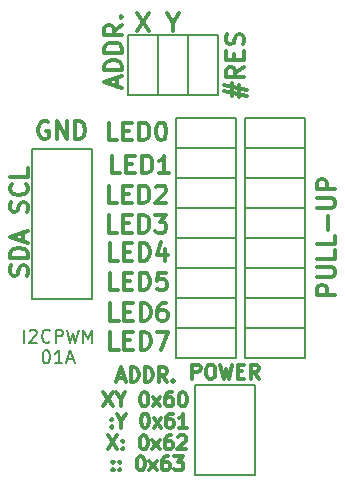
<source format=gbr>
G04 #@! TF.FileFunction,Legend,Top*
%FSLAX46Y46*%
G04 Gerber Fmt 4.6, Leading zero omitted, Abs format (unit mm)*
G04 Created by KiCad (PCBNEW 0.201505041002+5641~23~ubuntu14.04.1-product) date St 6. květen 2015, 01:30:27 CEST*
%MOMM*%
G01*
G04 APERTURE LIST*
%ADD10C,0.300000*%
%ADD11C,0.200000*%
%ADD12C,0.150000*%
G04 APERTURE END LIST*
D10*
D11*
X1894248Y12056381D02*
X1894248Y13156381D01*
X2365677Y13051619D02*
X2418058Y13104000D01*
X2522820Y13156381D01*
X2784724Y13156381D01*
X2889486Y13104000D01*
X2941867Y13051619D01*
X2994248Y12946857D01*
X2994248Y12842095D01*
X2941867Y12684952D01*
X2313296Y12056381D01*
X2994248Y12056381D01*
X4094248Y12161143D02*
X4041867Y12108762D01*
X3884724Y12056381D01*
X3779962Y12056381D01*
X3622820Y12108762D01*
X3518058Y12213524D01*
X3465677Y12318286D01*
X3413296Y12527810D01*
X3413296Y12684952D01*
X3465677Y12894476D01*
X3518058Y12999238D01*
X3622820Y13104000D01*
X3779962Y13156381D01*
X3884724Y13156381D01*
X4041867Y13104000D01*
X4094248Y13051619D01*
X4565677Y12056381D02*
X4565677Y13156381D01*
X4984724Y13156381D01*
X5089486Y13104000D01*
X5141867Y13051619D01*
X5194248Y12946857D01*
X5194248Y12789714D01*
X5141867Y12684952D01*
X5089486Y12632571D01*
X4984724Y12580190D01*
X4565677Y12580190D01*
X5560915Y13156381D02*
X5822820Y12056381D01*
X6032343Y12842095D01*
X6241867Y12056381D01*
X6503772Y13156381D01*
X6922820Y12056381D02*
X6922820Y13156381D01*
X7289486Y12370667D01*
X7656153Y13156381D01*
X7656153Y12056381D01*
X3727582Y11416381D02*
X3832343Y11416381D01*
X3937105Y11364000D01*
X3989486Y11311619D01*
X4041867Y11206857D01*
X4094248Y10997333D01*
X4094248Y10735429D01*
X4041867Y10525905D01*
X3989486Y10421143D01*
X3937105Y10368762D01*
X3832343Y10316381D01*
X3727582Y10316381D01*
X3622820Y10368762D01*
X3570439Y10421143D01*
X3518058Y10525905D01*
X3465677Y10735429D01*
X3465677Y10997333D01*
X3518058Y11206857D01*
X3570439Y11311619D01*
X3622820Y11364000D01*
X3727582Y11416381D01*
X5141867Y10316381D02*
X4513296Y10316381D01*
X4827582Y10316381D02*
X4827582Y11416381D01*
X4722820Y11259238D01*
X4618058Y11154476D01*
X4513296Y11102095D01*
X5560915Y10630667D02*
X6084724Y10630667D01*
X5456153Y10316381D02*
X5822820Y11416381D01*
X6189486Y10316381D01*
D10*
X9424170Y1349429D02*
X9481313Y1292286D01*
X9424170Y1235143D01*
X9367027Y1292286D01*
X9424170Y1349429D01*
X9424170Y1235143D01*
X9424170Y1978000D02*
X9481313Y1920857D01*
X9424170Y1863714D01*
X9367027Y1920857D01*
X9424170Y1978000D01*
X9424170Y1863714D01*
X9995599Y1349429D02*
X10052742Y1292286D01*
X9995599Y1235143D01*
X9938456Y1292286D01*
X9995599Y1349429D01*
X9995599Y1235143D01*
X9995599Y1978000D02*
X10052742Y1920857D01*
X9995599Y1863714D01*
X9938456Y1920857D01*
X9995599Y1978000D01*
X9995599Y1863714D01*
X11709886Y2435143D02*
X11824171Y2435143D01*
X11938457Y2378000D01*
X11995600Y2320857D01*
X12052743Y2206571D01*
X12109886Y1978000D01*
X12109886Y1692286D01*
X12052743Y1463714D01*
X11995600Y1349429D01*
X11938457Y1292286D01*
X11824171Y1235143D01*
X11709886Y1235143D01*
X11595600Y1292286D01*
X11538457Y1349429D01*
X11481314Y1463714D01*
X11424171Y1692286D01*
X11424171Y1978000D01*
X11481314Y2206571D01*
X11538457Y2320857D01*
X11595600Y2378000D01*
X11709886Y2435143D01*
X12509886Y1235143D02*
X13138457Y2035143D01*
X12509886Y2035143D02*
X13138457Y1235143D01*
X14109886Y2435143D02*
X13881315Y2435143D01*
X13767029Y2378000D01*
X13709886Y2320857D01*
X13595600Y2149429D01*
X13538457Y1920857D01*
X13538457Y1463714D01*
X13595600Y1349429D01*
X13652743Y1292286D01*
X13767029Y1235143D01*
X13995600Y1235143D01*
X14109886Y1292286D01*
X14167029Y1349429D01*
X14224172Y1463714D01*
X14224172Y1749429D01*
X14167029Y1863714D01*
X14109886Y1920857D01*
X13995600Y1978000D01*
X13767029Y1978000D01*
X13652743Y1920857D01*
X13595600Y1863714D01*
X13538457Y1749429D01*
X14624172Y2435143D02*
X15367029Y2435143D01*
X14967029Y1978000D01*
X15138457Y1978000D01*
X15252743Y1920857D01*
X15309886Y1863714D01*
X15367029Y1749429D01*
X15367029Y1463714D01*
X15309886Y1349429D01*
X15252743Y1292286D01*
X15138457Y1235143D01*
X14795600Y1235143D01*
X14681314Y1292286D01*
X14624172Y1349429D01*
X8992457Y4213143D02*
X9792457Y3013143D01*
X9792457Y4213143D02*
X8992457Y3013143D01*
X10249599Y3127429D02*
X10306742Y3070286D01*
X10249599Y3013143D01*
X10192456Y3070286D01*
X10249599Y3127429D01*
X10249599Y3013143D01*
X10249599Y3756000D02*
X10306742Y3698857D01*
X10249599Y3641714D01*
X10192456Y3698857D01*
X10249599Y3756000D01*
X10249599Y3641714D01*
X11963886Y4213143D02*
X12078171Y4213143D01*
X12192457Y4156000D01*
X12249600Y4098857D01*
X12306743Y3984571D01*
X12363886Y3756000D01*
X12363886Y3470286D01*
X12306743Y3241714D01*
X12249600Y3127429D01*
X12192457Y3070286D01*
X12078171Y3013143D01*
X11963886Y3013143D01*
X11849600Y3070286D01*
X11792457Y3127429D01*
X11735314Y3241714D01*
X11678171Y3470286D01*
X11678171Y3756000D01*
X11735314Y3984571D01*
X11792457Y4098857D01*
X11849600Y4156000D01*
X11963886Y4213143D01*
X12763886Y3013143D02*
X13392457Y3813143D01*
X12763886Y3813143D02*
X13392457Y3013143D01*
X14363886Y4213143D02*
X14135315Y4213143D01*
X14021029Y4156000D01*
X13963886Y4098857D01*
X13849600Y3927429D01*
X13792457Y3698857D01*
X13792457Y3241714D01*
X13849600Y3127429D01*
X13906743Y3070286D01*
X14021029Y3013143D01*
X14249600Y3013143D01*
X14363886Y3070286D01*
X14421029Y3127429D01*
X14478172Y3241714D01*
X14478172Y3527429D01*
X14421029Y3641714D01*
X14363886Y3698857D01*
X14249600Y3756000D01*
X14021029Y3756000D01*
X13906743Y3698857D01*
X13849600Y3641714D01*
X13792457Y3527429D01*
X14935314Y4098857D02*
X14992457Y4156000D01*
X15106743Y4213143D01*
X15392457Y4213143D01*
X15506743Y4156000D01*
X15563886Y4098857D01*
X15621029Y3984571D01*
X15621029Y3870286D01*
X15563886Y3698857D01*
X14878172Y3013143D01*
X15621029Y3013143D01*
X9322628Y4956229D02*
X9379771Y4899086D01*
X9322628Y4841943D01*
X9265485Y4899086D01*
X9322628Y4956229D01*
X9322628Y4841943D01*
X9322628Y5584800D02*
X9379771Y5527657D01*
X9322628Y5470514D01*
X9265485Y5527657D01*
X9322628Y5584800D01*
X9322628Y5470514D01*
X10122629Y5413371D02*
X10122629Y4841943D01*
X9722629Y6041943D02*
X10122629Y5413371D01*
X10522629Y6041943D01*
X12065486Y6041943D02*
X12179771Y6041943D01*
X12294057Y5984800D01*
X12351200Y5927657D01*
X12408343Y5813371D01*
X12465486Y5584800D01*
X12465486Y5299086D01*
X12408343Y5070514D01*
X12351200Y4956229D01*
X12294057Y4899086D01*
X12179771Y4841943D01*
X12065486Y4841943D01*
X11951200Y4899086D01*
X11894057Y4956229D01*
X11836914Y5070514D01*
X11779771Y5299086D01*
X11779771Y5584800D01*
X11836914Y5813371D01*
X11894057Y5927657D01*
X11951200Y5984800D01*
X12065486Y6041943D01*
X12865486Y4841943D02*
X13494057Y5641943D01*
X12865486Y5641943D02*
X13494057Y4841943D01*
X14465486Y6041943D02*
X14236915Y6041943D01*
X14122629Y5984800D01*
X14065486Y5927657D01*
X13951200Y5756229D01*
X13894057Y5527657D01*
X13894057Y5070514D01*
X13951200Y4956229D01*
X14008343Y4899086D01*
X14122629Y4841943D01*
X14351200Y4841943D01*
X14465486Y4899086D01*
X14522629Y4956229D01*
X14579772Y5070514D01*
X14579772Y5356229D01*
X14522629Y5470514D01*
X14465486Y5527657D01*
X14351200Y5584800D01*
X14122629Y5584800D01*
X14008343Y5527657D01*
X13951200Y5470514D01*
X13894057Y5356229D01*
X15722629Y4841943D02*
X15036914Y4841943D01*
X15379772Y4841943D02*
X15379772Y6041943D01*
X15265486Y5870514D01*
X15151200Y5756229D01*
X15036914Y5699086D01*
X8586115Y7870743D02*
X9386115Y6670743D01*
X9386115Y7870743D02*
X8586115Y6670743D01*
X10071829Y7242171D02*
X10071829Y6670743D01*
X9671829Y7870743D02*
X10071829Y7242171D01*
X10471829Y7870743D01*
X12014686Y7870743D02*
X12128971Y7870743D01*
X12243257Y7813600D01*
X12300400Y7756457D01*
X12357543Y7642171D01*
X12414686Y7413600D01*
X12414686Y7127886D01*
X12357543Y6899314D01*
X12300400Y6785029D01*
X12243257Y6727886D01*
X12128971Y6670743D01*
X12014686Y6670743D01*
X11900400Y6727886D01*
X11843257Y6785029D01*
X11786114Y6899314D01*
X11728971Y7127886D01*
X11728971Y7413600D01*
X11786114Y7642171D01*
X11843257Y7756457D01*
X11900400Y7813600D01*
X12014686Y7870743D01*
X12814686Y6670743D02*
X13443257Y7470743D01*
X12814686Y7470743D02*
X13443257Y6670743D01*
X14414686Y7870743D02*
X14186115Y7870743D01*
X14071829Y7813600D01*
X14014686Y7756457D01*
X13900400Y7585029D01*
X13843257Y7356457D01*
X13843257Y6899314D01*
X13900400Y6785029D01*
X13957543Y6727886D01*
X14071829Y6670743D01*
X14300400Y6670743D01*
X14414686Y6727886D01*
X14471829Y6785029D01*
X14528972Y6899314D01*
X14528972Y7185029D01*
X14471829Y7299314D01*
X14414686Y7356457D01*
X14300400Y7413600D01*
X14071829Y7413600D01*
X13957543Y7356457D01*
X13900400Y7299314D01*
X13843257Y7185029D01*
X15271829Y7870743D02*
X15386114Y7870743D01*
X15500400Y7813600D01*
X15557543Y7756457D01*
X15614686Y7642171D01*
X15671829Y7413600D01*
X15671829Y7127886D01*
X15614686Y6899314D01*
X15557543Y6785029D01*
X15500400Y6727886D01*
X15386114Y6670743D01*
X15271829Y6670743D01*
X15157543Y6727886D01*
X15100400Y6785029D01*
X15043257Y6899314D01*
X14986114Y7127886D01*
X14986114Y7413600D01*
X15043257Y7642171D01*
X15100400Y7756457D01*
X15157543Y7813600D01*
X15271829Y7870743D01*
X9820571Y9096400D02*
X10392000Y9096400D01*
X9706286Y8753543D02*
X10106286Y9953543D01*
X10506286Y8753543D01*
X10906285Y8753543D02*
X10906285Y9953543D01*
X11192000Y9953543D01*
X11363428Y9896400D01*
X11477714Y9782114D01*
X11534857Y9667829D01*
X11592000Y9439257D01*
X11592000Y9267829D01*
X11534857Y9039257D01*
X11477714Y8924971D01*
X11363428Y8810686D01*
X11192000Y8753543D01*
X10906285Y8753543D01*
X12106285Y8753543D02*
X12106285Y9953543D01*
X12392000Y9953543D01*
X12563428Y9896400D01*
X12677714Y9782114D01*
X12734857Y9667829D01*
X12792000Y9439257D01*
X12792000Y9267829D01*
X12734857Y9039257D01*
X12677714Y8924971D01*
X12563428Y8810686D01*
X12392000Y8753543D01*
X12106285Y8753543D01*
X13992000Y8753543D02*
X13592000Y9324971D01*
X13306285Y8753543D02*
X13306285Y9953543D01*
X13763428Y9953543D01*
X13877714Y9896400D01*
X13934857Y9839257D01*
X13992000Y9724971D01*
X13992000Y9553543D01*
X13934857Y9439257D01*
X13877714Y9382114D01*
X13763428Y9324971D01*
X13306285Y9324971D01*
X14506285Y8867829D02*
X14563428Y8810686D01*
X14506285Y8753543D01*
X14449142Y8810686D01*
X14506285Y8867829D01*
X14506285Y8753543D01*
X9775000Y33738714D02*
X9775000Y34453000D01*
X10203571Y33595857D02*
X8703571Y34095857D01*
X10203571Y34595857D01*
X10203571Y35095857D02*
X8703571Y35095857D01*
X8703571Y35453000D01*
X8775000Y35667285D01*
X8917857Y35810143D01*
X9060714Y35881571D01*
X9346429Y35953000D01*
X9560714Y35953000D01*
X9846429Y35881571D01*
X9989286Y35810143D01*
X10132143Y35667285D01*
X10203571Y35453000D01*
X10203571Y35095857D01*
X10203571Y36595857D02*
X8703571Y36595857D01*
X8703571Y36953000D01*
X8775000Y37167285D01*
X8917857Y37310143D01*
X9060714Y37381571D01*
X9346429Y37453000D01*
X9560714Y37453000D01*
X9846429Y37381571D01*
X9989286Y37310143D01*
X10132143Y37167285D01*
X10203571Y36953000D01*
X10203571Y36595857D01*
X10203571Y38953000D02*
X9489286Y38453000D01*
X10203571Y38095857D02*
X8703571Y38095857D01*
X8703571Y38667285D01*
X8775000Y38810143D01*
X8846429Y38881571D01*
X8989286Y38953000D01*
X9203571Y38953000D01*
X9346429Y38881571D01*
X9417857Y38810143D01*
X9489286Y38667285D01*
X9489286Y38095857D01*
X10060714Y39595857D02*
X10132143Y39667285D01*
X10203571Y39595857D01*
X10132143Y39524428D01*
X10060714Y39595857D01*
X10203571Y39595857D01*
X14478000Y39151714D02*
X14478000Y38437429D01*
X13978000Y39937429D02*
X14478000Y39151714D01*
X14978000Y39937429D01*
X11438001Y39937429D02*
X12438001Y38437429D01*
X12438001Y39937429D02*
X11438001Y38437429D01*
X19490571Y32952857D02*
X19490571Y34024286D01*
X18847714Y33381429D02*
X20776286Y32952857D01*
X20133429Y33881429D02*
X20133429Y32810000D01*
X20776286Y33452857D02*
X18847714Y33881429D01*
X20490571Y35381429D02*
X19776286Y34881429D01*
X20490571Y34524286D02*
X18990571Y34524286D01*
X18990571Y35095714D01*
X19062000Y35238572D01*
X19133429Y35310000D01*
X19276286Y35381429D01*
X19490571Y35381429D01*
X19633429Y35310000D01*
X19704857Y35238572D01*
X19776286Y35095714D01*
X19776286Y34524286D01*
X19704857Y36024286D02*
X19704857Y36524286D01*
X20490571Y36738572D02*
X20490571Y36024286D01*
X18990571Y36024286D01*
X18990571Y36738572D01*
X20419143Y37310000D02*
X20490571Y37524286D01*
X20490571Y37881429D01*
X20419143Y38024286D01*
X20347714Y38095715D01*
X20204857Y38167143D01*
X20062000Y38167143D01*
X19919143Y38095715D01*
X19847714Y38024286D01*
X19776286Y37881429D01*
X19704857Y37595715D01*
X19633429Y37452857D01*
X19562000Y37381429D01*
X19419143Y37310000D01*
X19276286Y37310000D01*
X19133429Y37381429D01*
X19062000Y37452857D01*
X18990571Y37595715D01*
X18990571Y37952857D01*
X19062000Y38167143D01*
X3937143Y30722000D02*
X3794286Y30793429D01*
X3580000Y30793429D01*
X3365715Y30722000D01*
X3222857Y30579143D01*
X3151429Y30436286D01*
X3080000Y30150571D01*
X3080000Y29936286D01*
X3151429Y29650571D01*
X3222857Y29507714D01*
X3365715Y29364857D01*
X3580000Y29293429D01*
X3722857Y29293429D01*
X3937143Y29364857D01*
X4008572Y29436286D01*
X4008572Y29936286D01*
X3722857Y29936286D01*
X4651429Y29293429D02*
X4651429Y30793429D01*
X5508572Y29293429D01*
X5508572Y30793429D01*
X6222858Y29293429D02*
X6222858Y30793429D01*
X6580001Y30793429D01*
X6794286Y30722000D01*
X6937144Y30579143D01*
X7008572Y30436286D01*
X7080001Y30150571D01*
X7080001Y29936286D01*
X7008572Y29650571D01*
X6937144Y29507714D01*
X6794286Y29364857D01*
X6580001Y29293429D01*
X6222858Y29293429D01*
X2131143Y17736572D02*
X2202571Y17950858D01*
X2202571Y18308001D01*
X2131143Y18450858D01*
X2059714Y18522287D01*
X1916857Y18593715D01*
X1774000Y18593715D01*
X1631143Y18522287D01*
X1559714Y18450858D01*
X1488286Y18308001D01*
X1416857Y18022287D01*
X1345429Y17879429D01*
X1274000Y17808001D01*
X1131143Y17736572D01*
X988286Y17736572D01*
X845429Y17808001D01*
X774000Y17879429D01*
X702571Y18022287D01*
X702571Y18379429D01*
X774000Y18593715D01*
X2202571Y19236572D02*
X702571Y19236572D01*
X702571Y19593715D01*
X774000Y19808000D01*
X916857Y19950858D01*
X1059714Y20022286D01*
X1345429Y20093715D01*
X1559714Y20093715D01*
X1845429Y20022286D01*
X1988286Y19950858D01*
X2131143Y19808000D01*
X2202571Y19593715D01*
X2202571Y19236572D01*
X1774000Y20665143D02*
X1774000Y21379429D01*
X2202571Y20522286D02*
X702571Y21022286D01*
X2202571Y21522286D01*
X2131143Y23106286D02*
X2202571Y23320572D01*
X2202571Y23677715D01*
X2131143Y23820572D01*
X2059714Y23892001D01*
X1916857Y23963429D01*
X1774000Y23963429D01*
X1631143Y23892001D01*
X1559714Y23820572D01*
X1488286Y23677715D01*
X1416857Y23392001D01*
X1345429Y23249143D01*
X1274000Y23177715D01*
X1131143Y23106286D01*
X988286Y23106286D01*
X845429Y23177715D01*
X774000Y23249143D01*
X702571Y23392001D01*
X702571Y23749143D01*
X774000Y23963429D01*
X2059714Y25463429D02*
X2131143Y25392000D01*
X2202571Y25177714D01*
X2202571Y25034857D01*
X2131143Y24820572D01*
X1988286Y24677714D01*
X1845429Y24606286D01*
X1559714Y24534857D01*
X1345429Y24534857D01*
X1059714Y24606286D01*
X916857Y24677714D01*
X774000Y24820572D01*
X702571Y25034857D01*
X702571Y25177714D01*
X774000Y25392000D01*
X845429Y25463429D01*
X2202571Y26820572D02*
X2202571Y26106286D01*
X702571Y26106286D01*
X16151571Y8982143D02*
X16151571Y10182143D01*
X16608714Y10182143D01*
X16723000Y10125000D01*
X16780143Y10067857D01*
X16837286Y9953571D01*
X16837286Y9782143D01*
X16780143Y9667857D01*
X16723000Y9610714D01*
X16608714Y9553571D01*
X16151571Y9553571D01*
X17580143Y10182143D02*
X17808714Y10182143D01*
X17923000Y10125000D01*
X18037286Y10010714D01*
X18094428Y9782143D01*
X18094428Y9382143D01*
X18037286Y9153571D01*
X17923000Y9039286D01*
X17808714Y8982143D01*
X17580143Y8982143D01*
X17465857Y9039286D01*
X17351571Y9153571D01*
X17294428Y9382143D01*
X17294428Y9782143D01*
X17351571Y10010714D01*
X17465857Y10125000D01*
X17580143Y10182143D01*
X18494429Y10182143D02*
X18780143Y8982143D01*
X19008714Y9839286D01*
X19237286Y8982143D01*
X19523000Y10182143D01*
X19980143Y9610714D02*
X20380143Y9610714D01*
X20551572Y8982143D02*
X19980143Y8982143D01*
X19980143Y10182143D01*
X20551572Y10182143D01*
X21751572Y8982143D02*
X21351572Y9553571D01*
X21065857Y8982143D02*
X21065857Y10182143D01*
X21523000Y10182143D01*
X21637286Y10125000D01*
X21694429Y10067857D01*
X21751572Y9953571D01*
X21751572Y9782143D01*
X21694429Y9667857D01*
X21637286Y9610714D01*
X21523000Y9553571D01*
X21065857Y9553571D01*
X9897029Y11462629D02*
X9182743Y11462629D01*
X9182743Y12962629D01*
X10397029Y12248343D02*
X10897029Y12248343D01*
X11111315Y11462629D02*
X10397029Y11462629D01*
X10397029Y12962629D01*
X11111315Y12962629D01*
X11754172Y11462629D02*
X11754172Y12962629D01*
X12111315Y12962629D01*
X12325600Y12891200D01*
X12468458Y12748343D01*
X12539886Y12605486D01*
X12611315Y12319771D01*
X12611315Y12105486D01*
X12539886Y11819771D01*
X12468458Y11676914D01*
X12325600Y11534057D01*
X12111315Y11462629D01*
X11754172Y11462629D01*
X13111315Y12962629D02*
X14111315Y12962629D01*
X13468458Y11462629D01*
X9897029Y13901029D02*
X9182743Y13901029D01*
X9182743Y15401029D01*
X10397029Y14686743D02*
X10897029Y14686743D01*
X11111315Y13901029D02*
X10397029Y13901029D01*
X10397029Y15401029D01*
X11111315Y15401029D01*
X11754172Y13901029D02*
X11754172Y15401029D01*
X12111315Y15401029D01*
X12325600Y15329600D01*
X12468458Y15186743D01*
X12539886Y15043886D01*
X12611315Y14758171D01*
X12611315Y14543886D01*
X12539886Y14258171D01*
X12468458Y14115314D01*
X12325600Y13972457D01*
X12111315Y13901029D01*
X11754172Y13901029D01*
X13897029Y15401029D02*
X13611315Y15401029D01*
X13468458Y15329600D01*
X13397029Y15258171D01*
X13254172Y15043886D01*
X13182743Y14758171D01*
X13182743Y14186743D01*
X13254172Y14043886D01*
X13325600Y13972457D01*
X13468458Y13901029D01*
X13754172Y13901029D01*
X13897029Y13972457D01*
X13968458Y14043886D01*
X14039886Y14186743D01*
X14039886Y14543886D01*
X13968458Y14686743D01*
X13897029Y14758171D01*
X13754172Y14829600D01*
X13468458Y14829600D01*
X13325600Y14758171D01*
X13254172Y14686743D01*
X13182743Y14543886D01*
X9846229Y16491829D02*
X9131943Y16491829D01*
X9131943Y17991829D01*
X10346229Y17277543D02*
X10846229Y17277543D01*
X11060515Y16491829D02*
X10346229Y16491829D01*
X10346229Y17991829D01*
X11060515Y17991829D01*
X11703372Y16491829D02*
X11703372Y17991829D01*
X12060515Y17991829D01*
X12274800Y17920400D01*
X12417658Y17777543D01*
X12489086Y17634686D01*
X12560515Y17348971D01*
X12560515Y17134686D01*
X12489086Y16848971D01*
X12417658Y16706114D01*
X12274800Y16563257D01*
X12060515Y16491829D01*
X11703372Y16491829D01*
X13917658Y17991829D02*
X13203372Y17991829D01*
X13131943Y17277543D01*
X13203372Y17348971D01*
X13346229Y17420400D01*
X13703372Y17420400D01*
X13846229Y17348971D01*
X13917658Y17277543D01*
X13989086Y17134686D01*
X13989086Y16777543D01*
X13917658Y16634686D01*
X13846229Y16563257D01*
X13703372Y16491829D01*
X13346229Y16491829D01*
X13203372Y16563257D01*
X13131943Y16634686D01*
X9846229Y18981029D02*
X9131943Y18981029D01*
X9131943Y20481029D01*
X10346229Y19766743D02*
X10846229Y19766743D01*
X11060515Y18981029D02*
X10346229Y18981029D01*
X10346229Y20481029D01*
X11060515Y20481029D01*
X11703372Y18981029D02*
X11703372Y20481029D01*
X12060515Y20481029D01*
X12274800Y20409600D01*
X12417658Y20266743D01*
X12489086Y20123886D01*
X12560515Y19838171D01*
X12560515Y19623886D01*
X12489086Y19338171D01*
X12417658Y19195314D01*
X12274800Y19052457D01*
X12060515Y18981029D01*
X11703372Y18981029D01*
X13846229Y19981029D02*
X13846229Y18981029D01*
X13489086Y20552457D02*
X13131943Y19481029D01*
X14060515Y19481029D01*
X9795429Y29191829D02*
X9081143Y29191829D01*
X9081143Y30691829D01*
X10295429Y29977543D02*
X10795429Y29977543D01*
X11009715Y29191829D02*
X10295429Y29191829D01*
X10295429Y30691829D01*
X11009715Y30691829D01*
X11652572Y29191829D02*
X11652572Y30691829D01*
X12009715Y30691829D01*
X12224000Y30620400D01*
X12366858Y30477543D01*
X12438286Y30334686D01*
X12509715Y30048971D01*
X12509715Y29834686D01*
X12438286Y29548971D01*
X12366858Y29406114D01*
X12224000Y29263257D01*
X12009715Y29191829D01*
X11652572Y29191829D01*
X13438286Y30691829D02*
X13581143Y30691829D01*
X13724000Y30620400D01*
X13795429Y30548971D01*
X13866858Y30406114D01*
X13938286Y30120400D01*
X13938286Y29763257D01*
X13866858Y29477543D01*
X13795429Y29334686D01*
X13724000Y29263257D01*
X13581143Y29191829D01*
X13438286Y29191829D01*
X13295429Y29263257D01*
X13224000Y29334686D01*
X13152572Y29477543D01*
X13081143Y29763257D01*
X13081143Y30120400D01*
X13152572Y30406114D01*
X13224000Y30548971D01*
X13295429Y30620400D01*
X13438286Y30691829D01*
X10049429Y26397829D02*
X9335143Y26397829D01*
X9335143Y27897829D01*
X10549429Y27183543D02*
X11049429Y27183543D01*
X11263715Y26397829D02*
X10549429Y26397829D01*
X10549429Y27897829D01*
X11263715Y27897829D01*
X11906572Y26397829D02*
X11906572Y27897829D01*
X12263715Y27897829D01*
X12478000Y27826400D01*
X12620858Y27683543D01*
X12692286Y27540686D01*
X12763715Y27254971D01*
X12763715Y27040686D01*
X12692286Y26754971D01*
X12620858Y26612114D01*
X12478000Y26469257D01*
X12263715Y26397829D01*
X11906572Y26397829D01*
X14192286Y26397829D02*
X13335143Y26397829D01*
X13763715Y26397829D02*
X13763715Y27897829D01*
X13620858Y27683543D01*
X13478000Y27540686D01*
X13335143Y27469257D01*
X9795429Y23857829D02*
X9081143Y23857829D01*
X9081143Y25357829D01*
X10295429Y24643543D02*
X10795429Y24643543D01*
X11009715Y23857829D02*
X10295429Y23857829D01*
X10295429Y25357829D01*
X11009715Y25357829D01*
X11652572Y23857829D02*
X11652572Y25357829D01*
X12009715Y25357829D01*
X12224000Y25286400D01*
X12366858Y25143543D01*
X12438286Y25000686D01*
X12509715Y24714971D01*
X12509715Y24500686D01*
X12438286Y24214971D01*
X12366858Y24072114D01*
X12224000Y23929257D01*
X12009715Y23857829D01*
X11652572Y23857829D01*
X13081143Y25214971D02*
X13152572Y25286400D01*
X13295429Y25357829D01*
X13652572Y25357829D01*
X13795429Y25286400D01*
X13866858Y25214971D01*
X13938286Y25072114D01*
X13938286Y24929257D01*
X13866858Y24714971D01*
X13009715Y23857829D01*
X13938286Y23857829D01*
X9795429Y21368629D02*
X9081143Y21368629D01*
X9081143Y22868629D01*
X10295429Y22154343D02*
X10795429Y22154343D01*
X11009715Y21368629D02*
X10295429Y21368629D01*
X10295429Y22868629D01*
X11009715Y22868629D01*
X11652572Y21368629D02*
X11652572Y22868629D01*
X12009715Y22868629D01*
X12224000Y22797200D01*
X12366858Y22654343D01*
X12438286Y22511486D01*
X12509715Y22225771D01*
X12509715Y22011486D01*
X12438286Y21725771D01*
X12366858Y21582914D01*
X12224000Y21440057D01*
X12009715Y21368629D01*
X11652572Y21368629D01*
X13009715Y22868629D02*
X13938286Y22868629D01*
X13438286Y22297200D01*
X13652572Y22297200D01*
X13795429Y22225771D01*
X13866858Y22154343D01*
X13938286Y22011486D01*
X13938286Y21654343D01*
X13866858Y21511486D01*
X13795429Y21440057D01*
X13652572Y21368629D01*
X13224000Y21368629D01*
X13081143Y21440057D01*
X13009715Y21511486D01*
X28237571Y16097857D02*
X26737571Y16097857D01*
X26737571Y16669285D01*
X26809000Y16812143D01*
X26880429Y16883571D01*
X27023286Y16955000D01*
X27237571Y16955000D01*
X27380429Y16883571D01*
X27451857Y16812143D01*
X27523286Y16669285D01*
X27523286Y16097857D01*
X26737571Y17597857D02*
X27951857Y17597857D01*
X28094714Y17669285D01*
X28166143Y17740714D01*
X28237571Y17883571D01*
X28237571Y18169285D01*
X28166143Y18312143D01*
X28094714Y18383571D01*
X27951857Y18455000D01*
X26737571Y18455000D01*
X28237571Y19883572D02*
X28237571Y19169286D01*
X26737571Y19169286D01*
X28237571Y21097858D02*
X28237571Y20383572D01*
X26737571Y20383572D01*
X27666143Y21597858D02*
X27666143Y22740715D01*
X26737571Y23455001D02*
X27951857Y23455001D01*
X28094714Y23526429D01*
X28166143Y23597858D01*
X28237571Y23740715D01*
X28237571Y24026429D01*
X28166143Y24169287D01*
X28094714Y24240715D01*
X27951857Y24312144D01*
X26737571Y24312144D01*
X28237571Y25026430D02*
X26737571Y25026430D01*
X26737571Y25597858D01*
X26809000Y25740716D01*
X26880429Y25812144D01*
X27023286Y25883573D01*
X27237571Y25883573D01*
X27380429Y25812144D01*
X27451857Y25740716D01*
X27523286Y25597858D01*
X27523286Y25026430D01*
D12*
X21463000Y889000D02*
X16383000Y889000D01*
X16383000Y889000D02*
X16383000Y8509000D01*
X16383000Y8509000D02*
X21463000Y8509000D01*
X21463000Y8509000D02*
X21463000Y889000D01*
X20574000Y28575000D02*
X25654000Y28575000D01*
X25654000Y28575000D02*
X25654000Y26035000D01*
X25654000Y26035000D02*
X20574000Y26035000D01*
X20574000Y26035000D02*
X20574000Y28575000D01*
X14732000Y13335000D02*
X19812000Y13335000D01*
X19812000Y13335000D02*
X19812000Y10795000D01*
X19812000Y10795000D02*
X14732000Y10795000D01*
X14732000Y10795000D02*
X14732000Y13335000D01*
X14732000Y15875000D02*
X19812000Y15875000D01*
X19812000Y15875000D02*
X19812000Y13335000D01*
X19812000Y13335000D02*
X14732000Y13335000D01*
X14732000Y13335000D02*
X14732000Y15875000D01*
X14732000Y18415000D02*
X19812000Y18415000D01*
X19812000Y18415000D02*
X19812000Y15875000D01*
X19812000Y15875000D02*
X14732000Y15875000D01*
X14732000Y15875000D02*
X14732000Y18415000D01*
X14732000Y20955000D02*
X19812000Y20955000D01*
X19812000Y20955000D02*
X19812000Y18415000D01*
X19812000Y18415000D02*
X14732000Y18415000D01*
X14732000Y18415000D02*
X14732000Y20955000D01*
X14732000Y23495000D02*
X19812000Y23495000D01*
X19812000Y23495000D02*
X19812000Y20955000D01*
X19812000Y20955000D02*
X14732000Y20955000D01*
X14732000Y20955000D02*
X14732000Y23495000D01*
X14732000Y26035000D02*
X19812000Y26035000D01*
X19812000Y26035000D02*
X19812000Y23495000D01*
X19812000Y23495000D02*
X14732000Y23495000D01*
X14732000Y23495000D02*
X14732000Y26035000D01*
X14732000Y28575000D02*
X19812000Y28575000D01*
X19812000Y28575000D02*
X19812000Y26035000D01*
X19812000Y26035000D02*
X14732000Y26035000D01*
X14732000Y26035000D02*
X14732000Y28575000D01*
X14732000Y31115000D02*
X19812000Y31115000D01*
X19812000Y31115000D02*
X19812000Y28575000D01*
X19812000Y28575000D02*
X14732000Y28575000D01*
X14732000Y28575000D02*
X14732000Y31115000D01*
X20574000Y13335000D02*
X25654000Y13335000D01*
X25654000Y13335000D02*
X25654000Y10795000D01*
X25654000Y10795000D02*
X20574000Y10795000D01*
X20574000Y10795000D02*
X20574000Y13335000D01*
X20574000Y15875000D02*
X25654000Y15875000D01*
X25654000Y15875000D02*
X25654000Y13335000D01*
X25654000Y13335000D02*
X20574000Y13335000D01*
X20574000Y13335000D02*
X20574000Y15875000D01*
X20574000Y18415000D02*
X25654000Y18415000D01*
X25654000Y18415000D02*
X25654000Y15875000D01*
X25654000Y15875000D02*
X20574000Y15875000D01*
X20574000Y15875000D02*
X20574000Y18415000D01*
X20574000Y20955000D02*
X25654000Y20955000D01*
X25654000Y20955000D02*
X25654000Y18415000D01*
X25654000Y18415000D02*
X20574000Y18415000D01*
X20574000Y18415000D02*
X20574000Y20955000D01*
X20574000Y23495000D02*
X25654000Y23495000D01*
X25654000Y23495000D02*
X25654000Y20955000D01*
X25654000Y20955000D02*
X20574000Y20955000D01*
X20574000Y20955000D02*
X20574000Y23495000D01*
X20574000Y26035000D02*
X25654000Y26035000D01*
X25654000Y26035000D02*
X25654000Y23495000D01*
X25654000Y23495000D02*
X20574000Y23495000D01*
X20574000Y23495000D02*
X20574000Y26035000D01*
X20574000Y31115000D02*
X25654000Y31115000D01*
X25654000Y31115000D02*
X25654000Y28575000D01*
X25654000Y28575000D02*
X20574000Y28575000D01*
X20574000Y28575000D02*
X20574000Y31115000D01*
X15748000Y33020000D02*
X15748000Y38100000D01*
X15748000Y38100000D02*
X18288000Y38100000D01*
X18288000Y38100000D02*
X18288000Y33020000D01*
X18288000Y33020000D02*
X15748000Y33020000D01*
X7620000Y15748000D02*
X2540000Y15748000D01*
X2540000Y15748000D02*
X2540000Y28448000D01*
X2540000Y28448000D02*
X7620000Y28448000D01*
X7620000Y28448000D02*
X7620000Y15748000D01*
X15748000Y38100000D02*
X15748000Y33020000D01*
X15748000Y33020000D02*
X13208000Y33020000D01*
X13208000Y33020000D02*
X13208000Y38100000D01*
X13208000Y38100000D02*
X15748000Y38100000D01*
X13208000Y38100000D02*
X13208000Y33020000D01*
X13208000Y33020000D02*
X10668000Y33020000D01*
X10668000Y33020000D02*
X10668000Y38100000D01*
X10668000Y38100000D02*
X13208000Y38100000D01*
M02*

</source>
